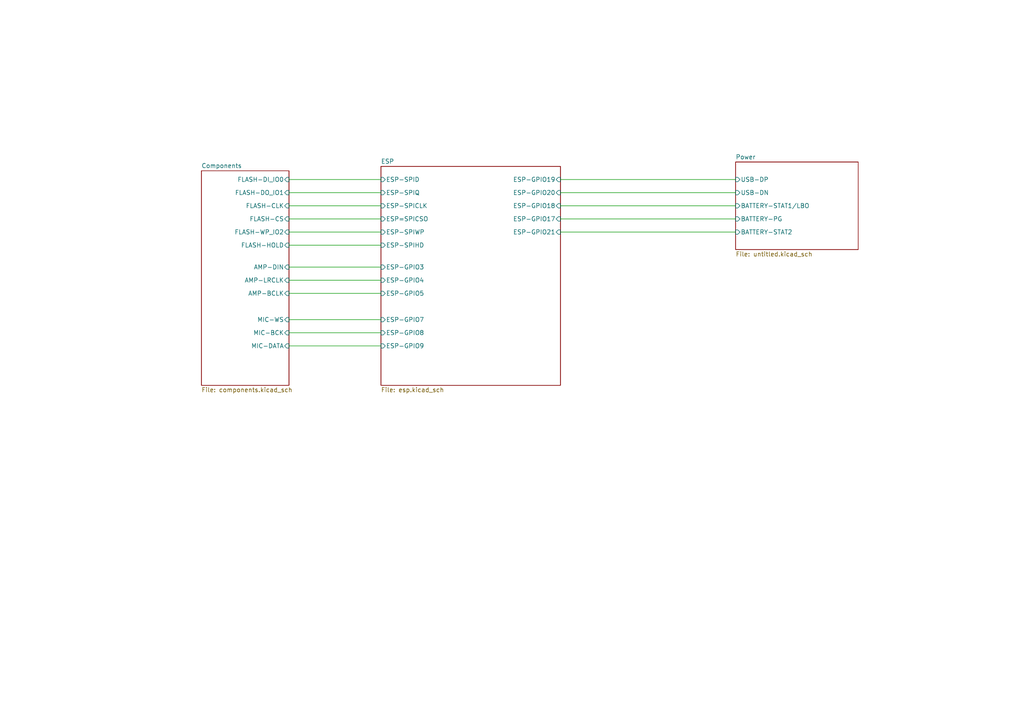
<source format=kicad_sch>
(kicad_sch
	(version 20250114)
	(generator "eeschema")
	(generator_version "9.0")
	(uuid "d21d45e5-a4fd-47b9-acaa-6ca2c284b61a")
	(paper "A4")
	(lib_symbols)
	(wire
		(pts
			(xy 162.56 55.88) (xy 213.36 55.88)
		)
		(stroke
			(width 0)
			(type default)
		)
		(uuid "0b085e2c-dc01-49e7-8adc-6c1d07a7dc91")
	)
	(wire
		(pts
			(xy 83.82 81.28) (xy 110.49 81.28)
		)
		(stroke
			(width 0)
			(type default)
		)
		(uuid "128e08fc-d0c0-4c41-b340-a8aeb8ca2d46")
	)
	(wire
		(pts
			(xy 83.82 59.69) (xy 110.49 59.69)
		)
		(stroke
			(width 0)
			(type default)
		)
		(uuid "12d749fa-b096-47cb-be47-9029bf332a67")
	)
	(wire
		(pts
			(xy 83.82 100.33) (xy 110.49 100.33)
		)
		(stroke
			(width 0)
			(type default)
		)
		(uuid "1a947f7b-2351-4933-a022-60d6b437c5e7")
	)
	(wire
		(pts
			(xy 83.82 96.52) (xy 110.49 96.52)
		)
		(stroke
			(width 0)
			(type default)
		)
		(uuid "256727c2-68a8-4ea5-a577-34137b474ee5")
	)
	(wire
		(pts
			(xy 83.82 63.5) (xy 110.49 63.5)
		)
		(stroke
			(width 0)
			(type default)
		)
		(uuid "295f4b89-afb8-414a-b801-1fed6b52c648")
	)
	(wire
		(pts
			(xy 162.56 67.31) (xy 213.36 67.31)
		)
		(stroke
			(width 0)
			(type default)
		)
		(uuid "3c155877-2ade-4d2e-90be-38703b750232")
	)
	(wire
		(pts
			(xy 83.82 71.12) (xy 110.49 71.12)
		)
		(stroke
			(width 0)
			(type default)
		)
		(uuid "6f5df1ba-38b6-4adb-83d2-347acd4ac2a4")
	)
	(wire
		(pts
			(xy 83.82 85.09) (xy 110.49 85.09)
		)
		(stroke
			(width 0)
			(type default)
		)
		(uuid "8f587cbb-9b4f-4d04-b644-b9f663dc9fbe")
	)
	(wire
		(pts
			(xy 213.36 59.69) (xy 162.56 59.69)
		)
		(stroke
			(width 0)
			(type default)
		)
		(uuid "beecad6d-a031-4390-9b6e-b126478e9d8b")
	)
	(wire
		(pts
			(xy 162.56 52.07) (xy 213.36 52.07)
		)
		(stroke
			(width 0)
			(type default)
		)
		(uuid "d03b793f-e9d6-4dc1-85c3-c5b0e6cc750a")
	)
	(wire
		(pts
			(xy 83.82 77.47) (xy 110.49 77.47)
		)
		(stroke
			(width 0)
			(type default)
		)
		(uuid "d8d382fc-1de4-4bf3-b0d2-311ad54cda25")
	)
	(wire
		(pts
			(xy 83.82 52.07) (xy 110.49 52.07)
		)
		(stroke
			(width 0)
			(type default)
		)
		(uuid "dd76886c-3e04-474b-ab46-97121a015223")
	)
	(wire
		(pts
			(xy 83.82 55.88) (xy 110.49 55.88)
		)
		(stroke
			(width 0)
			(type default)
		)
		(uuid "eaabe9e7-5bc3-44fa-b306-97be431b41e0")
	)
	(wire
		(pts
			(xy 162.56 63.5) (xy 213.36 63.5)
		)
		(stroke
			(width 0)
			(type default)
		)
		(uuid "f5609861-a726-4b89-b932-aa9a48910220")
	)
	(wire
		(pts
			(xy 83.82 67.31) (xy 110.49 67.31)
		)
		(stroke
			(width 0)
			(type default)
		)
		(uuid "fe0d42ab-e7c8-473a-be24-bb5a52c7176e")
	)
	(wire
		(pts
			(xy 83.82 92.71) (xy 110.49 92.71)
		)
		(stroke
			(width 0)
			(type default)
		)
		(uuid "fff88606-aa85-4d46-be90-ca76574ec6f1")
	)
	(sheet
		(at 110.49 48.26)
		(size 52.07 63.5)
		(exclude_from_sim no)
		(in_bom yes)
		(on_board yes)
		(dnp no)
		(fields_autoplaced yes)
		(stroke
			(width 0.1524)
			(type solid)
		)
		(fill
			(color 0 0 0 0.0000)
		)
		(uuid "66ec1c32-4132-43c8-99e8-65f1381b5871")
		(property "Sheetname" "ESP"
			(at 110.49 47.5484 0)
			(effects
				(font
					(size 1.27 1.27)
				)
				(justify left bottom)
			)
		)
		(property "Sheetfile" "esp.kicad_sch"
			(at 110.49 112.3446 0)
			(effects
				(font
					(size 1.27 1.27)
				)
				(justify left top)
			)
		)
		(pin "ESP-GPIO18" input
			(at 162.56 59.69 0)
			(uuid "6f3c6485-decb-44e5-89f5-0e7b40e47273")
			(effects
				(font
					(size 1.27 1.27)
				)
				(justify right)
			)
		)
		(pin "ESP-GPIO17" input
			(at 162.56 63.5 0)
			(uuid "9d136312-1451-41d9-a0b3-8180453b0dc3")
			(effects
				(font
					(size 1.27 1.27)
				)
				(justify right)
			)
		)
		(pin "ESP-GPIO19" input
			(at 162.56 52.07 0)
			(uuid "64178295-9c3d-4ab7-ba98-726a3e118a27")
			(effects
				(font
					(size 1.27 1.27)
				)
				(justify right)
			)
		)
		(pin "ESP-GPIO21" input
			(at 162.56 67.31 0)
			(uuid "416eb5b4-022f-47dd-b5fc-42f29f190933")
			(effects
				(font
					(size 1.27 1.27)
				)
				(justify right)
			)
		)
		(pin "ESP-GPIO20" input
			(at 162.56 55.88 0)
			(uuid "d695dd37-ee87-45e9-89bd-010a2859b14f")
			(effects
				(font
					(size 1.27 1.27)
				)
				(justify right)
			)
		)
		(pin "ESP=SPICSO" input
			(at 110.49 63.5 180)
			(uuid "bf30c5c2-074b-4464-ba34-56494d5a0946")
			(effects
				(font
					(size 1.27 1.27)
				)
				(justify left)
			)
		)
		(pin "ESP-SPID" input
			(at 110.49 52.07 180)
			(uuid "7bcdf042-1eb4-48a2-95e9-b0695b0ccfc0")
			(effects
				(font
					(size 1.27 1.27)
				)
				(justify left)
			)
		)
		(pin "ESP-SPIQ" input
			(at 110.49 55.88 180)
			(uuid "418aa876-6c1c-4d9e-9d8e-bd0b071d42a5")
			(effects
				(font
					(size 1.27 1.27)
				)
				(justify left)
			)
		)
		(pin "ESP-SPICLK" input
			(at 110.49 59.69 180)
			(uuid "37f7fea1-dbdf-41f7-a396-59466a68f898")
			(effects
				(font
					(size 1.27 1.27)
				)
				(justify left)
			)
		)
		(pin "ESP-SPIHD" input
			(at 110.49 71.12 180)
			(uuid "0bab7d7a-a73d-4e92-a59e-889c9ea00d02")
			(effects
				(font
					(size 1.27 1.27)
				)
				(justify left)
			)
		)
		(pin "ESP-SPIWP" input
			(at 110.49 67.31 180)
			(uuid "9c89b835-f138-4ddf-8861-5b8cb8e0786c")
			(effects
				(font
					(size 1.27 1.27)
				)
				(justify left)
			)
		)
		(pin "ESP-GPIO5" input
			(at 110.49 85.09 180)
			(uuid "d1a5d8e6-d284-42ca-a336-8c8691c0fe13")
			(effects
				(font
					(size 1.27 1.27)
				)
				(justify left)
			)
		)
		(pin "ESP-GPIO4" input
			(at 110.49 81.28 180)
			(uuid "c8533181-1732-4024-a015-8b2569a1992f")
			(effects
				(font
					(size 1.27 1.27)
				)
				(justify left)
			)
		)
		(pin "ESP-GPIO3" input
			(at 110.49 77.47 180)
			(uuid "d7d5281b-e575-44e3-ada4-9c54a3db4948")
			(effects
				(font
					(size 1.27 1.27)
				)
				(justify left)
			)
		)
		(pin "ESP-GPIO9" input
			(at 110.49 100.33 180)
			(uuid "49bd96fa-5385-4c3e-9ebc-253c63ed1208")
			(effects
				(font
					(size 1.27 1.27)
				)
				(justify left)
			)
		)
		(pin "ESP-GPIO8" input
			(at 110.49 96.52 180)
			(uuid "70d9b693-35c7-416b-b992-7b162e5507f3")
			(effects
				(font
					(size 1.27 1.27)
				)
				(justify left)
			)
		)
		(pin "ESP-GPIO7" input
			(at 110.49 92.71 180)
			(uuid "952856cd-692a-47b0-85e7-6b75e2c3d126")
			(effects
				(font
					(size 1.27 1.27)
				)
				(justify left)
			)
		)
		(instances
			(project "jarvis"
				(path "/d21d45e5-a4fd-47b9-acaa-6ca2c284b61a"
					(page "3")
				)
			)
		)
	)
	(sheet
		(at 58.42 49.53)
		(size 25.4 62.23)
		(exclude_from_sim no)
		(in_bom yes)
		(on_board yes)
		(dnp no)
		(fields_autoplaced yes)
		(stroke
			(width 0.1524)
			(type solid)
		)
		(fill
			(color 0 0 0 0.0000)
		)
		(uuid "67d093e5-852b-486a-8803-27c9e57204b4")
		(property "Sheetname" "Components"
			(at 58.42 48.8184 0)
			(effects
				(font
					(size 1.27 1.27)
				)
				(justify left bottom)
			)
		)
		(property "Sheetfile" "components.kicad_sch"
			(at 58.42 112.3446 0)
			(effects
				(font
					(size 1.27 1.27)
				)
				(justify left top)
			)
		)
		(pin "FLASH-CLK" input
			(at 83.82 59.69 0)
			(uuid "d39a8f79-a65e-477a-9346-9cd629a54006")
			(effects
				(font
					(size 1.27 1.27)
				)
				(justify right)
			)
		)
		(pin "AMP-DIN" input
			(at 83.82 77.47 0)
			(uuid "282d2d48-e25f-4d1d-bb0f-f7cfc960f032")
			(effects
				(font
					(size 1.27 1.27)
				)
				(justify right)
			)
		)
		(pin "AMP-LRCLK" input
			(at 83.82 81.28 0)
			(uuid "7b1a56e1-5a1d-44cc-9c38-7da88ae17ce4")
			(effects
				(font
					(size 1.27 1.27)
				)
				(justify right)
			)
		)
		(pin "AMP-BCLK" input
			(at 83.82 85.09 0)
			(uuid "b260be08-6f7b-45ee-8d66-adeccbd391d9")
			(effects
				(font
					(size 1.27 1.27)
				)
				(justify right)
			)
		)
		(pin "FLASH-DI_IO0" input
			(at 83.82 52.07 0)
			(uuid "cfb26c0a-e152-4309-aafe-ba07cf6e0d07")
			(effects
				(font
					(size 1.27 1.27)
				)
				(justify right)
			)
		)
		(pin "FLASH-HOLD" input
			(at 83.82 71.12 0)
			(uuid "52dd8cbe-99c9-48c5-a93d-b9bb1a65d6c7")
			(effects
				(font
					(size 1.27 1.27)
				)
				(justify right)
			)
		)
		(pin "FLASH-CS" input
			(at 83.82 63.5 0)
			(uuid "2f2fdd52-8978-4c09-b654-3a8e545ed33a")
			(effects
				(font
					(size 1.27 1.27)
				)
				(justify right)
			)
		)
		(pin "FLASH-DO_IO1" input
			(at 83.82 55.88 0)
			(uuid "3364bc96-6d15-4d43-bf41-cc3097b8623a")
			(effects
				(font
					(size 1.27 1.27)
				)
				(justify right)
			)
		)
		(pin "FLASH-WP_IO2" input
			(at 83.82 67.31 0)
			(uuid "e1ff343c-2e27-4b50-88db-6c7a9b661ff7")
			(effects
				(font
					(size 1.27 1.27)
				)
				(justify right)
			)
		)
		(pin "MIC-WS" input
			(at 83.82 92.71 0)
			(uuid "8b047981-b938-4074-a00b-0e5ffc134ae2")
			(effects
				(font
					(size 1.27 1.27)
				)
				(justify right)
			)
		)
		(pin "MIC-BCK" input
			(at 83.82 96.52 0)
			(uuid "c305fce0-c33f-41eb-9ac8-46a2356c7a9c")
			(effects
				(font
					(size 1.27 1.27)
				)
				(justify right)
			)
		)
		(pin "MIC-DATA" input
			(at 83.82 100.33 0)
			(uuid "bae1e45d-66f6-4444-9cc0-90c52c6d425c")
			(effects
				(font
					(size 1.27 1.27)
				)
				(justify right)
			)
		)
		(instances
			(project "jarvis"
				(path "/d21d45e5-a4fd-47b9-acaa-6ca2c284b61a"
					(page "4")
				)
			)
		)
	)
	(sheet
		(at 213.36 46.99)
		(size 35.56 25.4)
		(exclude_from_sim no)
		(in_bom yes)
		(on_board yes)
		(dnp no)
		(fields_autoplaced yes)
		(stroke
			(width 0.1524)
			(type solid)
		)
		(fill
			(color 0 0 0 0.0000)
		)
		(uuid "9b4e9a22-eade-494c-9ba2-b1298a68c5fc")
		(property "Sheetname" "Power"
			(at 213.36 46.2784 0)
			(effects
				(font
					(size 1.27 1.27)
				)
				(justify left bottom)
			)
		)
		(property "Sheetfile" "untitled.kicad_sch"
			(at 213.36 72.9746 0)
			(effects
				(font
					(size 1.27 1.27)
				)
				(justify left top)
			)
		)
		(pin "USB-DP" input
			(at 213.36 52.07 180)
			(uuid "e65b7b26-f7ba-4d69-8618-d385492b6544")
			(effects
				(font
					(size 1.27 1.27)
				)
				(justify left)
			)
		)
		(pin "USB-DN" input
			(at 213.36 55.88 180)
			(uuid "421720c3-fcfa-492c-956f-8a2701eecfcf")
			(effects
				(font
					(size 1.27 1.27)
				)
				(justify left)
			)
		)
		(pin "BATTERY-STAT1{slash}LBO" input
			(at 213.36 59.69 180)
			(uuid "9af527da-0e13-46c2-a072-f82cbba99530")
			(effects
				(font
					(size 1.27 1.27)
				)
				(justify left)
			)
		)
		(pin "BATTERY-PG" input
			(at 213.36 63.5 180)
			(uuid "35171135-5607-401f-8cb9-09ed5b7f6f8f")
			(effects
				(font
					(size 1.27 1.27)
				)
				(justify left)
			)
		)
		(pin "BATTERY-STAT2" input
			(at 213.36 67.31 180)
			(uuid "7c915cda-3dd5-4f95-a5f6-b80c20284a05")
			(effects
				(font
					(size 1.27 1.27)
				)
				(justify left)
			)
		)
		(instances
			(project "jarvis"
				(path "/d21d45e5-a4fd-47b9-acaa-6ca2c284b61a"
					(page "2")
				)
			)
		)
	)
	(sheet_instances
		(path "/"
			(page "1")
		)
	)
	(embedded_fonts no)
)

</source>
